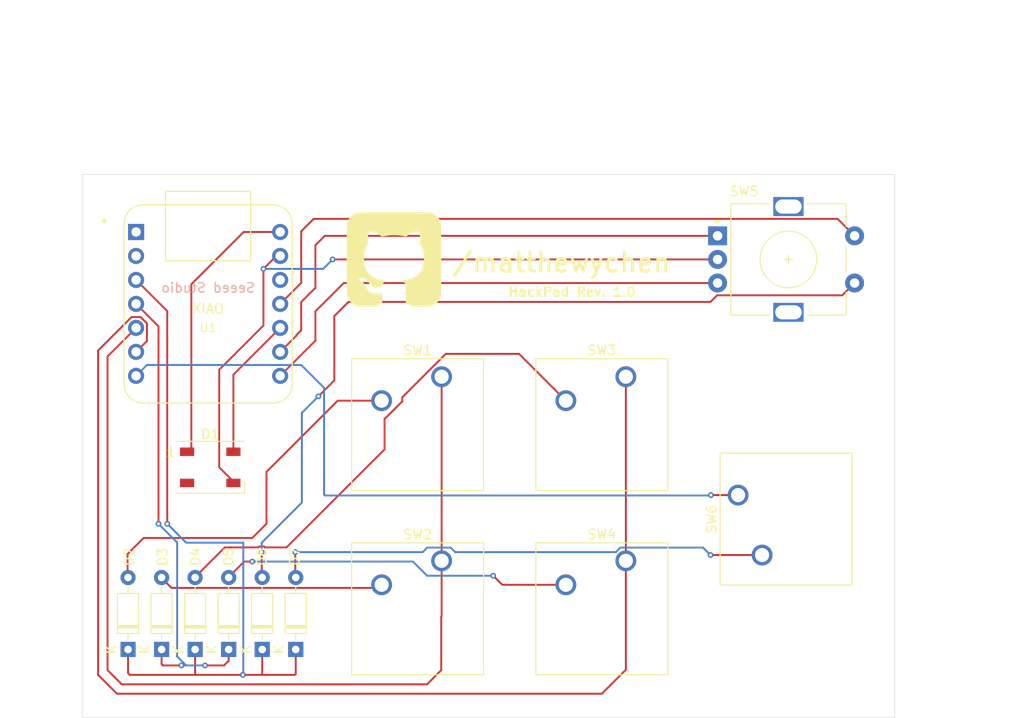
<source format=kicad_pcb>
(kicad_pcb (version 20240108) (generator "pcbnew") (generator_version "8.0")
  (title_block (title "HackPad") (date "2024-10-10") (rev "1.0") (company "Hack Club") (comment 1 "Matthew Chen for"))
  (layers (0 "F.Cu" signal) (31 "B.Cu" signal) (34 "B.Paste" user) (35 "F.Paste" user) (36 "B.SilkS" user "B.Silkscreen") (37 "F.SilkS" user "F.Silkscreen") (38 "B.Mask" user) (39 "F.Mask" user) (44 "Edge.Cuts" user))
  (net 0 "")
  (net 2 "Net-(D1-DIN)")
  (net 3 "GND")
  (net 4 "VCC")
  (net 5 "Net-(D2-K)")
  (net 6 "Net-(D2-A)")
  (net 7 "Net-(D3-K)")
  (net 8 "Net-(D3-A)")
  (net 9 "Net-(D4-A)")
  (net 10 "Net-(D5-A)")
  (net 11 "Net-(D6-A)")
  (net 12 "Net-(D7-A)")
  (net 13 "Net-(U1-PB09_A7_D7_RX)")
  (net 14 "Net-(U1-PA7_A8_D8_SCK)")
  (net 15 "Net-(U1-PA6_A10_D10_MOSI)")
  (net 19 "/C0")
  (net 20 "/C2")
  (net 21 "Net-(U1-PB08_A6_D6_TX)")
  (footprint "Button_Switch_Keyboard:SW_Cherry_MX_2.00u_PCB" (layer "F.Cu") (at 169.537056 102.44 90)
    (property "Reference" "SW6" (at -2.54 -2.794 90) (layer "F.SilkS"))
    (property "Value" "SW_Push_45deg")
    (fp_line (start 4.445 -1.905) (end 4.445 12.065) (stroke (width 0.12)) (layer "F.SilkS"))
    (fp_line (start -9.525 -1.905) (end 4.445 -1.905) (stroke (width 0.12)) (layer "F.SilkS"))
    (fp_line (start 4.445 12.065) (end -9.525 12.065) (stroke (width 0.12)) (layer "F.SilkS"))
    (fp_line (start -9.525 12.065) (end -9.525 -1.905) (stroke (width 0.12)) (layer "F.SilkS"))
    (pad "" np_thru_hole circle (at -14.44 -1.92 90) (size 3.05 3.05) (drill 3.05) (layers "*.Cu" "*.Mask"))
    (pad "" np_thru_hole circle (at -14.44 13.32 90) (size 4 4) (drill 4) (layers "*.Cu" "*.Mask"))
    (pad "" np_thru_hole circle (at -7.62 5.08 90) (size 1.7 1.7) (drill 1.7) (layers "*.Cu" "*.Mask"))
    (pad "" np_thru_hole circle (at -2.54 5.08 90) (size 4 4) (drill 4) (layers "*.Cu" "*.Mask"))
    (pad "" np_thru_hole circle (at 2.54 5.08 90) (size 1.7 1.7) (drill 1.7) (layers "*.Cu" "*.Mask"))
    (pad "" np_thru_hole circle (at 9.36 -1.92 90) (size 3.05 3.05) (drill 3.05) (layers "*.Cu" "*.Mask"))
    (pad "" np_thru_hole circle (at 9.36 13.32 90) (size 4 4) (drill 4) (layers "*.Cu" "*.Mask"))
    (pad "1" thru_hole circle (at 0 0 90) (size 2.2 2.2) (drill 1.5) (layers "*.Cu" "*.Mask") (net 21 "Net-(U1-PB08_A6_D6_TX)"))
    (pad "2" thru_hole circle (at -6.35 2.54 90) (size 2.2 2.2) (drill 1.5) (layers "*.Cu" "*.Mask") (net 12 "Net-(D7-A)"))
  )
  (footprint "Button_Switch_Keyboard:SW_Cherry_MX_1.00u_PCB" (layer "F.Cu") (at 157.657056 109.4)
    (property "Reference" "SW4" (at -2.54 -2.794 0) (layer "F.SilkS"))
    (property "Value" "SW_Push_45deg")
    (fp_line (start -9.525 -1.905) (end 4.445 -1.905) (stroke (width 0.12)) (layer "F.SilkS"))
    (fp_line (start -9.525 12.065) (end -9.525 -1.905) (stroke (width 0.12)) (layer "F.SilkS"))
    (fp_line (start 4.445 -1.905) (end 4.445 12.065) (stroke (width 0.12)) (layer "F.SilkS"))
    (fp_line (start 4.445 12.065) (end -9.525 12.065) (stroke (width 0.12)) (layer "F.SilkS"))
    (pad "" np_thru_hole circle (at -7.62 5.08) (size 1.7 1.7) (drill 1.7) (layers "*.Cu" "*.Mask"))
    (pad "" np_thru_hole circle (at -2.54 5.08) (size 4 4) (drill 4) (layers "*.Cu" "*.Mask"))
    (pad "" np_thru_hole circle (at 2.54 5.08) (size 1.7 1.7) (drill 1.7) (layers "*.Cu" "*.Mask"))
    (pad "1" thru_hole circle (at 0 0) (size 2.2 2.2) (drill 1.5) (layers "*.Cu" "*.Mask") (net 20 "/C2"))
    (pad "2" thru_hole circle (at -6.35 2.54) (size 2.2 2.2) (drill 1.5) (layers "*.Cu" "*.Mask") (net 10 "Net-(D5-A)"))
  )
  (footprint "Button_Switch_Keyboard:SW_Cherry_MX_1.00u_PCB" (layer "F.Cu") (at 138.157056 109.4)
    (property "Reference" "SW2" (at -2.54 -2.794 0) (layer "F.SilkS"))
    (property "Value" "SW_Push_45deg")
    (fp_line (start -9.525 -1.905) (end 4.445 -1.905) (stroke (width 0.12)) (layer "F.SilkS"))
    (fp_line (start -9.525 12.065) (end -9.525 -1.905) (stroke (width 0.12)) (layer "F.SilkS"))
    (fp_line (start 4.445 -1.905) (end 4.445 12.065) (stroke (width 0.12)) (layer "F.SilkS"))
    (fp_line (start 4.445 12.065) (end -9.525 12.065) (stroke (width 0.12)) (layer "F.SilkS"))
    (pad "" np_thru_hole circle (at -7.62 5.08) (size 1.7 1.7) (drill 1.7) (layers "*.Cu" "*.Mask"))
    (pad "" np_thru_hole circle (at -2.54 5.08) (size 4 4) (drill 4) (layers "*.Cu" "*.Mask"))
    (pad "" np_thru_hole circle (at 2.54 5.08) (size 1.7 1.7) (drill 1.7) (layers "*.Cu" "*.Mask"))
    (pad "1" thru_hole circle (at 0 0) (size 2.2 2.2) (drill 1.5) (layers "*.Cu" "*.Mask") (net 19 "/C0"))
    (pad "2" thru_hole circle (at -6.35 2.54) (size 2.2 2.2) (drill 1.5) (layers "*.Cu" "*.Mask") (net 8 "Net-(D3-A)"))
  )
  (footprint "footprints:XIAO-Generic-Thruhole-14P-2.54-21X17.8MM" (layer "F.Cu") (at 113.443188 82.192015)
    (property "Reference" "U1" (at 0 2.54 0) (layer "F.SilkS") (effects (font (size 0.889 0.889) (thickness 0.1016))))
    (property "Value" "Seeed Studio XIAO SAMD21" (hide yes))
    (fp_line (start -8.9 -8.5) (end -8.9 8.5) (stroke (width 0.127)) (layer "F.SilkS"))
    (fp_line (start -6.9 10.5) (end 6.9 10.5) (stroke (width 0.127)) (layer "F.SilkS"))
    (fp_line (start -4.5 -11.92403) (end 4.5 -11.92403) (stroke (width 0.127)) (layer "F.SilkS"))
    (fp_line (start -4.5 -4.57073) (end -4.5 -11.92403) (stroke (width 0.127)) (layer "F.SilkS"))
    (fp_line (start 4.5 -11.92403) (end 4.5 -4.57073) (stroke (width 0.127)) (layer "F.SilkS"))
    (fp_line (start 4.5 -4.57073) (end -4.5 -4.57073) (stroke (width 0.127)) (layer "F.SilkS"))
    (fp_line (start 6.9 -10.49909) (end -6.9 -10.49909) (stroke (width 0.127)) (layer "F.SilkS"))
    (fp_line (start 8.9 8.5) (end 8.9 -8.5) (stroke (width 0.127)) (layer "F.SilkS"))
    (fp_arc (start -8.9 -8.5) (mid -8.301491 -9.901491) (end -6.9 -10.5) (stroke (width 0.12)) (layer "F.SilkS"))
    (fp_arc (start -6.9 10.5) (mid -8.301423 9.901423) (end -8.9 8.5) (stroke (width 0.12)) (layer "F.SilkS"))
    (fp_arc (start 6.9 -10.5) (mid 8.301494 -9.901494) (end 8.9 -8.5) (stroke (width 0.12)) (layer "F.SilkS"))
    (fp_arc (start 8.9 8.5) (mid 8.314214 9.914214) (end 6.9 10.5) (stroke (width 0.12)) (layer "F.SilkS"))
    (fp_circle (center -11 -8.8) (end -11 -9.054) (fill solid) (layer "F.SilkS"))
    (fp_poly (pts (xy -8.887715 -8.561705) (xy -8.884667 -8.610473) (xy -8.880603 -8.659494)) (stroke (width 0.0254)) (fill none) (layer "F.SilkS"))
    (fp_poly (pts (xy 8.889492 8.521574) (xy 8.887713 8.57085) (xy 8.884665 8.619618) (xy 8.880601 8.668639) (xy 8.875268 8.717407) (xy 8.868664 8.766175) (xy 8.861044 8.81469) (xy 8.852153 8.86295) (xy 8.842248 8.910955)) (stroke (width 0.0254)) (fill none) (layer "F.SilkS"))
    (fp_text user "Seeed Studio" (at 0 -1.712015 0) (layer "B.SilkS") (effects (justify mirror)))
    (fp_text user "XIAO" (at 0 0.5 0) (layer "F.SilkS"))
    (pad "1" thru_hole rect (at -7.625 -7.62) (size 1.7 1.7) (drill 1) (layers "*.Cu" "*.Mask"))
    (pad "2" thru_hole circle (at -7.625 -5.08) (size 1.7 1.7) (drill 1) (layers "*.Cu" "*.Mask"))
    (pad "3" thru_hole circle (at -7.625 -2.54) (size 1.7 1.7) (drill 1) (layers "*.Cu" "*.Mask") (net 5 "Net-(D2-K)"))
    (pad "4" thru_hole circle (at -7.625 0) (size 1.7 1.7) (drill 1) (layers "*.Cu" "*.Mask") (net 7 "Net-(D3-K)"))
    (pad "5" thru_hole circle (at -7.625 2.54) (size 1.7 1.7) (drill 1) (layers "*.Cu" "*.Mask") (net 19 "/C0"))
    (pad "6" thru_hole circle (at -7.625 5.08 180) (size 1.7 1.7) (drill 1) (layers "*.Cu" "*.Mask") (net 20 "/C2"))
    (pad "7" thru_hole circle (at -7.625 7.62) (size 1.7 1.7) (drill 1) (layers "*.Cu" "*.Mask") (net 21 "Net-(U1-PB08_A6_D6_TX)"))
    (pad "8" thru_hole circle (at 7.625 7.62) (size 1.7 1.7) (drill 1) (layers "*.Cu" "*.Mask") (net 13 "Net-(U1-PB09_A7_D7_RX)"))
    (pad "9" thru_hole circle (at 7.625 5.08) (size 1.7 1.7) (drill 1) (layers "*.Cu" "*.Mask") (net 14 "Net-(U1-PA7_A8_D8_SCK)"))
    (pad "10" thru_hole circle (at 7.625 2.54) (size 1.7 1.7) (drill 1) (layers "*.Cu" "*.Mask") (net 2 "Net-(D1-DIN)"))
    (pad "11" thru_hole circle (at 7.625 0) (size 1.7 1.7) (drill 1) (layers "*.Cu" "*.Mask") (net 15 "Net-(U1-PA6_A10_D10_MOSI)"))
    (pad "12" thru_hole circle (at 7.625 -2.54) (size 1.7 1.7) (drill 1) (layers "*.Cu" "*.Mask"))
    (pad "13" thru_hole circle (at 7.625 -5.08) (size 1.7 1.7) (drill 1) (layers "*.Cu" "*.Mask") (net 3 "GND"))
    (pad "14" thru_hole circle (at 7.625 -7.62) (size 1.7 1.7) (drill 1) (layers "*.Cu" "*.Mask") (net 4 "VCC"))
  )
  (footprint "Diode_THT:D_DO-35_SOD27_P7.62mm_Horizontal" (layer "F.Cu") (at 108.517056 118.79 90)
    (property "Reference" "D3" (at 9.81 0.1 90) (layer "F.SilkS"))
    (property "Value" "D")
    (fp_line (start 5.93 -1.12) (end 1.69 -1.12) (stroke (width 0.12)) (layer "F.SilkS"))
    (fp_line (start 2.53 -1.12) (end 2.53 1.12) (stroke (width 0.12)) (layer "F.SilkS"))
    (fp_line (start 2.41 -1.12) (end 2.41 1.12) (stroke (width 0.12)) (layer "F.SilkS"))
    (fp_line (start 2.29 -1.12) (end 2.29 1.12) (stroke (width 0.12)) (layer "F.SilkS"))
    (fp_line (start 1.69 -1.12) (end 1.69 1.12) (stroke (width 0.12)) (layer "F.SilkS"))
    (fp_line (start 6.58 0) (end 5.93 0) (stroke (width 0.12)) (layer "F.SilkS"))
    (fp_line (start 1.04 0) (end 1.69 0) (stroke (width 0.12)) (layer "F.SilkS"))
    (fp_line (start 5.93 1.12) (end 5.93 -1.12) (stroke (width 0.12)) (layer "F.SilkS"))
    (fp_line (start 1.69 1.12) (end 5.93 1.12) (stroke (width 0.12)) (layer "F.SilkS"))
    (fp_text user "K" (at 0 -1.8 90) (layer "F.SilkS"))
    (pad "1" thru_hole rect (at 0 0 90) (size 1.6 1.6) (drill 0.8) (layers "*.Cu" "*.Mask") (net 7 "Net-(D3-K)"))
    (pad "2" thru_hole oval (at 7.62 0 90) (size 1.6 1.6) (drill 0.8) (layers "*.Cu" "*.Mask") (net 8 "Net-(D3-A)"))
  )
  (footprint "Button_Switch_Keyboard:SW_Cherry_MX_1.00u_PCB" (layer "F.Cu") (at 157.657056 89.9)
    (property "Reference" "SW3" (at -2.54 -2.794 0) (layer "F.SilkS"))
    (property "Value" "SW_Push_45deg")
    (fp_line (start -9.525 -1.905) (end 4.445 -1.905) (stroke (width 0.12)) (layer "F.SilkS"))
    (fp_line (start -9.525 12.065) (end -9.525 -1.905) (stroke (width 0.12)) (layer "F.SilkS"))
    (fp_line (start 4.445 -1.905) (end 4.445 12.065) (stroke (width 0.12)) (layer "F.SilkS"))
    (fp_line (start 4.445 12.065) (end -9.525 12.065) (stroke (width 0.12)) (layer "F.SilkS"))
    (pad "" np_thru_hole circle (at -7.62 5.08) (size 1.7 1.7) (drill 1.7) (layers "*.Cu" "*.Mask"))
    (pad "" np_thru_hole circle (at -2.54 5.08) (size 4 4) (drill 4) (layers "*.Cu" "*.Mask"))
    (pad "" np_thru_hole circle (at 2.54 5.08) (size 1.7 1.7) (drill 1.7) (layers "*.Cu" "*.Mask"))
    (pad "1" thru_hole circle (at 0 0) (size 2.2 2.2) (drill 1.5) (layers "*.Cu" "*.Mask") (net 20 "/C2"))
    (pad "2" thru_hole circle (at -6.35 2.54) (size 2.2 2.2) (drill 1.5) (layers "*.Cu" "*.Mask") (net 9 "Net-(D4-A)"))
  )
  (footprint "Diode_THT:D_DO-35_SOD27_P7.62mm_Horizontal" (layer "F.Cu") (at 122.717056 118.79 90)
    (property "Reference" "D7" (at 9.81 -0.1 90) (layer "F.SilkS"))
    (property "Value" "D")
    (fp_line (start 5.93 -1.12) (end 1.69 -1.12) (stroke (width 0.12)) (layer "F.SilkS"))
    (fp_line (start 2.53 -1.12) (end 2.53 1.12) (stroke (width 0.12)) (layer "F.SilkS"))
    (fp_line (start 2.41 -1.12) (end 2.41 1.12) (stroke (width 0.12)) (layer "F.SilkS"))
    (fp_line (start 2.29 -1.12) (end 2.29 1.12) (stroke (width 0.12)) (layer "F.SilkS"))
    (fp_line (start 1.69 -1.12) (end 1.69 1.12) (stroke (width 0.12)) (layer "F.SilkS"))
    (fp_line (start 6.58 0) (end 5.93 0) (stroke (width 0.12)) (layer "F.SilkS"))
    (fp_line (start 1.04 0) (end 1.69 0) (stroke (width 0.12)) (layer "F.SilkS"))
    (fp_line (start 5.93 1.12) (end 5.93 -1.12) (stroke (width 0.12)) (layer "F.SilkS"))
    (fp_line (start 1.69 1.12) (end 5.93 1.12) (stroke (width 0.12)) (layer "F.SilkS"))
    (fp_text user "K" (at 0 -1.8 90) (layer "F.SilkS"))
    (pad "1" thru_hole rect (at 0 0 90) (size 1.6 1.6) (drill 0.8) (layers "*.Cu" "*.Mask") (net 5 "Net-(D2-K)"))
    (pad "2" thru_hole oval (at 7.62 0 90) (size 1.6 1.6) (drill 0.8) (layers "*.Cu" "*.Mask") (net 12 "Net-(D7-A)"))
  )
  (footprint "Diode_THT:D_DO-35_SOD27_P7.62mm_Horizontal" (layer "F.Cu") (at 112.067056 118.79 90)
    (property "Reference" "D4" (at 9.81 0.05 90) (layer "F.SilkS"))
    (property "Value" "D")
    (fp_line (start 5.93 -1.12) (end 1.69 -1.12) (stroke (width 0.12)) (layer "F.SilkS"))
    (fp_line (start 2.53 -1.12) (end 2.53 1.12) (stroke (width 0.12)) (layer "F.SilkS"))
    (fp_line (start 2.41 -1.12) (end 2.41 1.12) (stroke (width 0.12)) (layer "F.SilkS"))
    (fp_line (start 2.29 -1.12) (end 2.29 1.12) (stroke (width 0.12)) (layer "F.SilkS"))
    (fp_line (start 1.69 -1.12) (end 1.69 1.12) (stroke (width 0.12)) (layer "F.SilkS"))
    (fp_line (start 6.58 0) (end 5.93 0) (stroke (width 0.12)) (layer "F.SilkS"))
    (fp_line (start 1.04 0) (end 1.69 0) (stroke (width 0.12)) (layer "F.SilkS"))
    (fp_line (start 5.93 1.12) (end 5.93 -1.12) (stroke (width 0.12)) (layer "F.SilkS"))
    (fp_line (start 1.69 1.12) (end 5.93 1.12) (stroke (width 0.12)) (layer "F.SilkS"))
    (fp_text user "K" (at 0 -1.8 90) (layer "F.SilkS"))
    (pad "1" thru_hole rect (at 0 0 90) (size 1.6 1.6) (drill 0.8) (layers "*.Cu" "*.Mask") (net 5 "Net-(D2-K)"))
    (pad "2" thru_hole oval (at 7.62 0 90) (size 1.6 1.6) (drill 0.8) (layers "*.Cu" "*.Mask") (net 9 "Net-(D4-A)"))
  )
  (footprint "Button_Switch_Keyboard:SW_Cherry_MX_1.00u_PCB" (layer "F.Cu") (at 138.157056 89.9)
    (property "Reference" "SW1" (at -2.54 -2.794 0) (layer "F.SilkS"))
    (property "Value" "SW_Push_45deg")
    (fp_line (start -9.525 -1.905) (end 4.445 -1.905) (stroke (width 0.12)) (layer "F.SilkS"))
    (fp_line (start -9.525 12.065) (end -9.525 -1.905) (stroke (width 0.12)) (layer "F.SilkS"))
    (fp_line (start 4.445 -1.905) (end 4.445 12.065) (stroke (width 0.12)) (layer "F.SilkS"))
    (fp_line (start 4.445 12.065) (end -9.525 12.065) (stroke (width 0.12)) (layer "F.SilkS"))
    (pad "" np_thru_hole circle (at -7.62 5.08) (size 1.7 1.7) (drill 1.7) (layers "*.Cu" "*.Mask"))
    (pad "" np_thru_hole circle (at -2.54 5.08) (size 4 4) (drill 4) (layers "*.Cu" "*.Mask"))
    (pad "" np_thru_hole circle (at 2.54 5.08) (size 1.7 1.7) (drill 1.7) (layers "*.Cu" "*.Mask"))
    (pad "1" thru_hole circle (at 0 0) (size 2.2 2.2) (drill 1.5) (layers "*.Cu" "*.Mask") (net 19 "/C0"))
    (pad "2" thru_hole circle (at -6.35 2.54) (size 2.2 2.2) (drill 1.5) (layers "*.Cu" "*.Mask") (net 6 "Net-(D2-A)"))
  )
  (footprint "Diode_THT:D_DO-35_SOD27_P7.62mm_Horizontal" (layer "F.Cu") (at 104.967056 118.79 90)
    (property "Reference" "D2" (at 9.81 0.15 90) (layer "F.SilkS"))
    (property "Value" "D")
    (fp_line (start 5.93 -1.12) (end 1.69 -1.12) (stroke (width 0.12)) (layer "F.SilkS"))
    (fp_line (start 2.53 -1.12) (end 2.53 1.12) (stroke (width 0.12)) (layer "F.SilkS"))
    (fp_line (start 2.41 -1.12) (end 2.41 1.12) (stroke (width 0.12)) (layer "F.SilkS"))
    (fp_line (start 2.29 -1.12) (end 2.29 1.12) (stroke (width 0.12)) (layer "F.SilkS"))
    (fp_line (start 1.69 -1.12) (end 1.69 1.12) (stroke (width 0.12)) (layer "F.SilkS"))
    (fp_line (start 6.58 0) (end 5.93 0) (stroke (width 0.12)) (layer "F.SilkS"))
    (fp_line (start 1.04 0) (end 1.69 0) (stroke (width 0.12)) (layer "F.SilkS"))
    (fp_line (start 5.93 1.12) (end 5.93 -1.12) (stroke (width 0.12)) (layer "F.SilkS"))
    (fp_line (start 1.69 1.12) (end 5.93 1.12) (stroke (width 0.12)) (layer "F.SilkS"))
    (fp_text user "K" (at 0 -1.8 90) (layer "F.SilkS"))
    (pad "1" thru_hole rect (at 0 0 90) (size 1.6 1.6) (drill 0.8) (layers "*.Cu" "*.Mask") (net 5 "Net-(D2-K)"))
    (pad "2" thru_hole oval (at 7.62 0 90) (size 1.6 1.6) (drill 0.8) (layers "*.Cu" "*.Mask") (net 6 "Net-(D2-A)"))
  )
  (footprint "LED_SMD:LED_WS2812B_PLCC4_5.0x5.0mm_P3.2mm" (layer "F.Cu") (at 113.667056 99.5)
    (property "Reference" "D1" (at 0 -3.5 0) (layer "F.SilkS"))
    (property "Value" "WS2812B")
    (fp_line (start -3.65 -2.75) (end 3.65 -2.75) (stroke (width 0.12)) (layer "F.SilkS"))
    (fp_line (start -3.65 2.75) (end 3.65 2.75) (stroke (width 0.12)) (layer "F.SilkS"))
    (fp_line (start 3.65 2.75) (end 3.65 1.6) (stroke (width 0.12)) (layer "F.SilkS"))
    (fp_text user "1" (at -4.15 -1.6 0) (layer "F.SilkS"))
    (pad "1" smd rect (at -2.45 -1.65) (size 1.5 0.9) (layers "F.Cu" "F.Paste" "F.Mask") (net 4 "VCC"))
    (pad "2" smd rect (at -2.45 1.65) (size 1.5 0.9) (layers "F.Cu" "F.Paste" "F.Mask"))
    (pad "3" smd rect (at 2.45 1.65) (size 1.5 0.9) (layers "F.Cu" "F.Paste" "F.Mask") (net 3 "GND"))
    (pad "4" smd rect (at 2.45 -1.65) (size 1.5 0.9) (layers "F.Cu" "F.Paste" "F.Mask") (net 2 "Net-(D1-DIN)"))
  )
  (footprint "Diode_THT:D_DO-35_SOD27_P7.62mm_Horizontal" (layer "F.Cu") (at 115.617056 118.79 90)
    (property "Reference" "D5" (at 9.81 0 90) (layer "F.SilkS"))
    (property "Value" "D")
    (fp_line (start 5.93 -1.12) (end 1.69 -1.12) (stroke (width 0.12)) (layer "F.SilkS"))
    (fp_line (start 2.53 -1.12) (end 2.53 1.12) (stroke (width 0.12)) (layer "F.SilkS"))
    (fp_line (start 2.41 -1.12) (end 2.41 1.12) (stroke (width 0.12)) (layer "F.SilkS"))
    (fp_line (start 2.29 -1.12) (end 2.29 1.12) (stroke (width 0.12)) (layer "F.SilkS"))
    (fp_line (start 1.69 -1.12) (end 1.69 1.12) (stroke (width 0.12)) (layer "F.SilkS"))
    (fp_line (start 6.58 0) (end 5.93 0) (stroke (width 0.12)) (layer "F.SilkS"))
    (fp_line (start 1.04 0) (end 1.69 0) (stroke (width 0.12)) (layer "F.SilkS"))
    (fp_line (start 5.93 1.12) (end 5.93 -1.12) (stroke (width 0.12)) (layer "F.SilkS"))
    (fp_line (start 1.69 1.12) (end 5.93 1.12) (stroke (width 0.12)) (layer "F.SilkS"))
    (fp_text user "K" (at 0 -1.8 90) (layer "F.SilkS"))
    (pad "1" thru_hole rect (at 0 0 90) (size 1.6 1.6) (drill 0.8) (layers "*.Cu" "*.Mask") (net 7 "Net-(D3-K)"))
    (pad "2" thru_hole oval (at 7.62 0 90) (size 1.6 1.6) (drill 0.8) (layers "*.Cu" "*.Mask") (net 10 "Net-(D5-A)"))
  )
  (footprint "Diode_THT:D_DO-35_SOD27_P7.62mm_Horizontal" (layer "F.Cu") (at 119.167056 118.79 90)
    (property "Reference" "D6" (at 9.81 -0.05 90) (layer "F.SilkS"))
    (property "Value" "D")
    (fp_line (start 5.93 -1.12) (end 1.69 -1.12) (stroke (width 0.12)) (layer "F.SilkS"))
    (fp_line (start 2.53 -1.12) (end 2.53 1.12) (stroke (width 0.12)) (layer "F.SilkS"))
    (fp_line (start 2.41 -1.12) (end 2.41 1.12) (stroke (width 0.12)) (layer "F.SilkS"))
    (fp_line (start 2.29 -1.12) (end 2.29 1.12) (stroke (width 0.12)) (layer "F.SilkS"))
    (fp_line (start 1.69 -1.12) (end 1.69 1.12) (stroke (width 0.12)) (layer "F.SilkS"))
    (fp_line (start 6.58 0) (end 5.93 0) (stroke (width 0.12)) (layer "F.SilkS"))
    (fp_line (start 1.04 0) (end 1.69 0) (stroke (width 0.12)) (layer "F.SilkS"))
    (fp_line (start 5.93 1.12) (end 5.93 -1.12) (stroke (width 0.12)) (layer "F.SilkS"))
    (fp_line (start 1.69 1.12) (end 5.93 1.12) (stroke (width 0.12)) (layer "F.SilkS"))
    (fp_text user "K" (at 0 -1.8 90) (layer "F.SilkS"))
    (pad "1" thru_hole rect (at 0 0 90) (size 1.6 1.6) (drill 0.8) (layers "*.Cu" "*.Mask") (net 5 "Net-(D2-K)"))
    (pad "2" thru_hole oval (at 7.62 0 90) (size 1.6 1.6) (drill 0.8) (layers "*.Cu" "*.Mask") (net 11 "Net-(D6-A)"))
  )
  (footprint "Rotary_Encoder:RotaryEncoder_Alps_EC11E-Switch_Vertical_H20mm" (layer "F.Cu") (at 167.367056 74.98)
    (property "Reference" "SW5" (at 2.8 -4.7 0) (layer "F.SilkS"))
    (property "Value" "RotaryEncoder_Switch")
    (fp_line (start -0.3 -1.6) (end 0.3 -1.6) (stroke (width 0.12)) (layer "F.SilkS"))
    (fp_line (start 0 -1.3) (end -0.3 -1.6) (stroke (width 0.12)) (layer "F.SilkS"))
    (fp_line (start 0.3 -1.6) (end 0 -1.3) (stroke (width 0.12)) (layer "F.SilkS"))
    (fp_line (start 1.4 -3.4) (end 1.4 8.4) (stroke (width 0.12)) (layer "F.SilkS"))
    (fp_line (start 5.5 -3.4) (end 1.4 -3.4) (stroke (width 0.12)) (layer "F.SilkS"))
    (fp_line (start 5.5 8.4) (end 1.4 8.4) (stroke (width 0.12)) (layer "F.SilkS"))
    (fp_line (start 7 2.5) (end 8 2.5) (stroke (width 0.12)) (layer "F.SilkS"))
    (fp_line (start 7.5 2) (end 7.5 3) (stroke (width 0.12)) (layer "F.SilkS"))
    (fp_line (start 9.5 -3.4) (end 13.6 -3.4) (stroke (width 0.12)) (layer "F.SilkS"))
    (fp_line (start 13.6 -3.4) (end 13.6 -1) (stroke (width 0.12)) (layer "F.SilkS"))
    (fp_line (start 13.6 1.2) (end 13.6 3.8) (stroke (width 0.12)) (layer "F.SilkS"))
    (fp_line (start 13.6 6) (end 13.6 8.4) (stroke (width 0.12)) (layer "F.SilkS"))
    (fp_line (start 13.6 8.4) (end 9.5 8.4) (stroke (width 0.12)) (layer "F.SilkS"))
    (fp_circle (center 7.5 2.5) (end 10.5 2.5) (stroke (width 0.12)) (fill none) (layer "F.SilkS"))
    (pad "A" thru_hole rect (at 0 0) (size 2 2) (drill 1) (layers "*.Cu" "*.Mask") (net 14 "Net-(U1-PA7_A8_D8_SCK)"))
    (pad "B" thru_hole circle (at 0 5) (size 2 2) (drill 1) (layers "*.Cu" "*.Mask") (net 13 "Net-(U1-PB09_A7_D7_RX)"))
    (pad "C" thru_hole circle (at 0 2.5) (size 2 2) (drill 1) (layers "*.Cu" "*.Mask") (net 3 "GND"))
    (pad "MP" thru_hole rect (at 7.5 -3.1) (size 3.2 2) (drill oval 2.8 1.5) (layers "*.Cu" "*.Mask"))
    (pad "MP" thru_hole rect (at 7.5 8.1) (size 3.2 2) (drill oval 2.8 1.5) (layers "*.Cu" "*.Mask"))
    (pad "S1" thru_hole circle (at 14.5 5) (size 2 2) (drill 1) (layers "*.Cu" "*.Mask") (net 11 "Net-(D6-A)"))
    (pad "S2" thru_hole circle (at 14.5 0) (size 2 2) (drill 1) (layers "*.Cu" "*.Mask") (net 15 "Net-(U1-PA6_A10_D10_MOSI)"))
  )
  (footprint "footprints:GH LOGO" (layer "F.Cu") (at 133.117056 77.48)
    (property "Reference" "G***" (hide yes))
    (property "Value" "LOGO" (hide yes))
    (fp_poly (pts (xy 0.189553 -5.004484) (xy 0.527156 -5.004241) (xy 0.861054 -5.003768) (xy 1.188869 -5.003065) (xy 1.508224 -5.002133) (xy 1.816742 -5.000972) (xy 2.112047 -4.99958) (xy 2.391762 -4.997959) (xy 2.65351 -4.996108) (xy 2.894915 -4.994028) (xy 3.113598 -4.991717) (xy 3.307185 -4.989177) (xy 3.473297 -4.986408) (xy 3.609559 -4.983408) (xy 3.713592 -4.980179) (xy 3.783021 -4.976721) (xy 3.813632 -4.973482) (xy 4.033991 -4.910166) (xy 4.23415 -4.816644) (xy 4.41969 -4.689847) (xy 4.561867 -4.561868) (xy 4.717606 -4.384027) (xy 4.837604 -4.196048) (xy 4.924932 -3.992351) (xy 4.973481 -3.813633) (xy 4.977142 -3.776675) (xy 4.980574 -3.703017) (xy 4.983775 -3.595037) (xy 4.986747 -3.455112) (xy 4.98949 -3.285617) (xy 4.992003 -3.08893) (xy 4.994286 -2.867427) (xy 4.996339 -2.623486) (xy 4.998163 -2.359483) (xy 4.999757 -2.077795) (xy 5.001121 -1.780798) (xy 5.002256 -1.470871) (xy 5.003161 -1.150388) (xy 5.003836 -0.821728) (xy 5.004282 -0.487266) (xy 5.004498 -0.149381) (xy 5.004484 0.189553) (xy 5.004241 0.527156) (xy 5.003768 0.861054) (xy 5.003065 1.188869) (xy 5.002133 1.508224) (xy 5.000971 1.816742) (xy 4.99958 2.112047) (xy 4.997958 2.391762) (xy 4.996107 2.65351) (xy 4.994027 2.894915) (xy 4.991717 3.113598) (xy 4.989177 3.307185) (xy 4.986407 3.473297) (xy 4.983408 3.609559) (xy 4.980179 3.713592) (xy 4.97672 3.783021) (xy 4.973481 3.813632) (xy 4.910165 4.033991) (xy 4.816643 4.23415) (xy 4.689846 4.41969) (xy 4.561867 4.561867) (xy 4.424786 4.687203) (xy 4.288808 4.785073) (xy 4.140724 4.864373) (xy 4.06331 4.897711) (xy 4.006049 4.920183) (xy 3.952163 4.939151) (xy 3.89783 4.95491) (xy 3.839229 4.96776) (xy 3.77254 4.977996) (xy 3.693943 4.985918) (xy 3.599616 4.991823) (xy 3.485739 4.996007) (xy 3.348492 4.998769) (xy 3.184053 5.000406) (xy 2.988603 5.001215) (xy 2.75832 5.001495) (xy 2.7305 5.001507) (xy 1.778 5.001846) (xy 1.777927 4.957884) (xy 1.764749 4.902943) (xy 1.732312 4.840854) (xy 1.691033 4.789158) (xy 1.666699 4.770608) (xy 1.628694 4.758089) (xy 1.567087 4.745278) (xy 1.51423 4.737437) (xy 1.420547 4.723378) (xy 1.35677 4.706077) (xy 1.313732 4.681795) (xy 1.282265 4.646792) (xy 1.278581 4.641313) (xy 1.270669 4.626128) (xy 1.264173 4.604607) (xy 1.258972 4.573163) (xy 1.254948 4.528204) (xy 1.251982 4.466143) (xy 1.249956 4.38339) (xy 1.24875 4.276356) (xy 1.248246 4.141452) (xy 1.248325 3.975087) (xy 1.248867 3.773674) (xy 1.248959 3.746557) (xy 1.249576 3.540935) (xy 1.249773 3.370273) (xy 1.249398 3.230457) (xy 1.248298 3.117369) (xy 1.24632 3.026895) (xy 1.243313 2.954918) (xy 1.239123 2.897324) (xy 1.233597 2.849996) (xy 1.226583 2.80882) (xy 1.217928 2.769678) (xy 1.211806 2.745154) (xy 1.15698 2.570927) (xy 1.08871 2.427485) (xy 1.00457 2.308894) (xy 0.967016 2.262835) (xy 0.944097 2.230409) (xy 0.940408 2.220359) (xy 0.961149 2.215338) (xy 1.013565 2.204905) (xy 1.090832 2.190355) (xy 1.186128 2.172988) (xy 1.240692 2.163248) (xy 1.544158 2.098271) (xy 1.81501 2.016108) (xy 2.056409 1.915293) (xy 2.271517 1.794357) (xy 2.463497 1.651833) (xy 2.584873 1.539388) (xy 2.755773 1.338933) (xy 2.898886 1.111341) (xy 3.01389 0.85727) (xy 3.100463 0.577378) (xy 3.136276 0.410307) (xy 3.15524 0.279429) (xy 3.169264 0.126619) (xy 3.178157 -0.038243) (xy 3.181729 -0.205277) (xy 3.179788 -0.364603) (xy 3.172144 -0.506342) (xy 3.158603 -0.620614) (xy 3.156462 -0.632605) (xy 3.085793 -0.906643) (xy 2.979648 -1.164475) (xy 2.838351 -1.405359) (xy 2.784549 -1.48036) (xy 2.695957 -1.598213) (xy 2.735072 -1.761376) (xy 2.766314 -1.953124) (xy 2.774324 -2.130989) (xy 2.770799 -2.281972) (xy 2.758385 -2.414881) (xy 2.734658 -2.545838) (xy 2.697192 -2.690966) (xy 2.682603 -2.740704) (xy 2.653999 -2.830129) (xy 2.626606 -2.887677) (xy 2.591615 -2.919243) (xy 2.540217 -2.930721) (xy 2.463602 -2.928003) (xy 2.410302 -2.922878) (xy 2.264589 -2.896729) (xy 2.097244 -2.847442) (xy 1.915649 -2.77805) (xy 1.72719 -2.691587) (xy 1.539252 -2.591088) (xy 1.406317 -2.510403) (xy 1.338869 -2.46972) (xy 1.280635 -2.439169) (xy 1.241734 -2.423925) (xy 1.235607 -2.423104) (xy 1.201028 -2.428086) (xy 1.14085 -2.440939) (xy 1.067118 -2.459056) (xy 1.055077 -2.462214) (xy 0.810328 -2.514659) (xy 0.53877 -2.551104) (xy 0.249257 -2.571517) (xy -0.049353 -2.575862) (xy -0.348205 -2.564106) (xy -0.638442 -2.536216) (xy -0.911208 -2.492156) (xy -1.012848 -2.470136) (xy -1.098918 -2.450533) (xy -1.172325 -2.434884) (xy -1.2238 -2.425104) (xy -1.242225 -2.42277) (xy -1.270549 -2.432798) (xy -1.321708 -2.459461) (xy -1.386084 -2.497621) (xy -1.406318 -2.510403) (xy -1.589197 -2.619252) (xy -1.778 -2.716284) (xy -1.965342 -2.798466) (xy -2.143839 -2.862762) (xy -2.306107 -2.90614) (xy -2.410303 -2.922878) (xy -2.503687 -2.93069) (xy -2.567229 -2.927402) (xy -2.609737 -2.90712) (xy -2.640022 -2.86395) (xy -2.666892 -2.791999) (xy -2.682604 -2.740704) (xy -2.724761 -2.588014) (xy -2.752436 -2.454431) (xy -2.768055 -2.323833) (xy -2.774044 -2.180095) (xy -2.774325 -2.130989) (xy -2.762545 -1.917627) (xy -2.735073 -1.761376) (xy -2.695958 -1.598213) (xy -2.78455 -1.48036) (xy -2.937277 -1.245179) (xy -3.055005 -0.992688) (xy -3.137495 -0.723435) (xy -3.156658 -0.632507) (xy -3.17165 -0.517564) (xy -3.180118 -0.374015) (xy -3.182323 -0.211736) (xy -3.178529 -0.040605) (xy -3.168995 0.129502) (xy -3.153983 0.288707) (xy -3.133756 0.427134) (xy -3.127785 0.457968) (xy -3.052006 0.750991) (xy -2.951037 1.014532) (xy -2.824121 1.249604) (xy -2.670505 1.457218) (xy -2.489434 1.638386) (xy -2.280153 1.794122) (xy -2.041907 1.925436) (xy -2.028933 1.931512) (xy -1.845675 2.009516) (xy -1.660422 2.072829) (xy -1.461311 2.124964) (xy -1.23648 2.16943) (xy -1.209526 2.174028) (xy -0.943897 2.218716) (xy -1.00887 2.303353) (xy -1.112486 2.469906) (xy -1.189363 2.664647) (xy -1.207838 2.731098) (xy -1.227669 2.802481) (xy -1.246695 2.859269) (xy -1.261169 2.890434) (xy -1.262514 2.892021) (xy -1.30162 2.91401) (xy -1.370613 2.936512) (xy -1.460374 2.957699) (xy -1.561784 2.975743) (xy -1.665722 2.988817) (xy -1.763069 2.995093) (xy -1.778 2.995349) (xy -1.954567 2.985996) (xy -2.111049 2.952643) (xy -2.252174 2.8925) (xy -2.382672 2.802776) (xy -2.507272 2.680681) (xy -2.630704 2.523424) (xy -2.667031 2.470731) (xy -2.794893 2.305694) (xy -2.935789 2.169672) (xy -3.086112 2.065172) (xy -3.242254 1.994698) (xy -3.400607 1.960757) (xy -3.401483 1.960675) (xy -3.509781 1.958299) (xy -3.596948 1.971809) (xy -3.65737 1.999725) (xy -3.684004 2.035162) (xy -3.677943 2.078437) (xy -3.638759 2.134951) (xy -3.568967 2.201917) (xy -3.471083 2.276545) (xy -3.458282 2.285394) (xy -3.348432 2.369969) (xy -3.250471 2.467023) (xy -3.159748 2.58265) (xy -3.071612 2.722949) (xy -2.981413 2.894013) (xy -2.959494 2.939171) (xy -2.875595 3.096866) (xy -2.788118 3.222993) (xy -2.690592 3.324952) (xy -2.576549 3.410146) (xy -2.516783 3.445731) (xy -2.377757 3.51321) (xy -2.235136 3.560274) (xy -2.079169 3.589118) (xy -1.900108 3.601932) (xy -1.817077 3.603062) (xy -1.70351 3.601053) (xy -1.589047 3.595583) (xy -1.48699 3.587486) (xy -1.410638 3.577596) (xy -1.410378 3.57755) (xy -1.340574 3.566171) (xy -1.287468 3.559544) (xy -1.261128 3.558888) (xy -1.260096 3.559391) (xy -1.257985 3.580104) (xy -1.255812 3.634684) (xy -1.253691 3.71792) (xy -1.251735 3.824602) (xy -1.250057 3.949519) (xy -1.248839 4.078352) (xy -1.247667 4.251007) (xy -1.248198 4.388775) (xy -1.252119 4.495844) (xy -1.261117 4.576404) (xy -1.276879 4.634645) (xy -1.301091 4.674755) (xy -1.335442 4.700924) (xy -1.381617 4.717341) (xy -1.441303 4.728195) (xy -1.514231 4.737437) (xy -1.583517 4.74826) (xy -1.640763 4.761307) (xy -1.6667 4.770608) (xy -1.708306 4.807907) (xy -1.74723 4.86597) (xy -1.773054 4.927257) (xy -1.777927 4.957884) (xy -1.778 5.001846) (xy -2.74027 5.000293) (xy -2.980672 4.999619) (xy -3.184854 4.998389) (xy -3.355672 4.99653) (xy -3.495978 4.993967) (xy -3.608628 4.990629) (xy -3.696476 4.986442) (xy -3.762376 4.981334) (xy -3.809183 4.975232) (xy -3.822401 4.972672) (xy -4.044168 4.906804) (xy -4.247383 4.808765) (xy -4.436179 4.676258) (xy -4.561868 4.561867) (xy -4.717606 4.384027) (xy -4.837605 4.196048) (xy -4.924932 3.99235) (xy -4.973482 3.813632) (xy -4.977143 3.776674) (xy -4.980574 3.703017) (xy -4.983776 3.595037) (xy -4.986748 3.455111) (xy -4.989491 3.285616) (xy -4.992003 3.088929) (xy -4.994286 2.867426) (xy -4.99634 2.623485) (xy -4.998163 2.359482) (xy -4.999757 2.077794) (xy -5.001122 1.780798) (xy -5.002255 1.47087) (xy -5.00316 1.150387) (xy -5.003836 0.821727) (xy -5.004282 0.487266) (xy -5.004498 0.14938) (xy -5.004484 -0.189553) (xy -5.004241 -0.527157) (xy -5.003768 -0.861055) (xy -5.003065 -1.188869) (xy -5.002133 -1.508224) (xy -5.000972 -1.816743) (xy -4.99958 -2.112048) (xy -4.997959 -2.391763) (xy -4.996108 -2.653511) (xy -4.994028 -2.894915) (xy -4.991717 -3.113599) (xy -4.989177 -3.307186) (xy -4.986408 -3.473298) (xy -4.983408 -3.609559) (xy -4.980179 -3.713593) (xy -4.976721 -3.783022) (xy -4.973482 -3.813633) (xy -4.910166 -4.033992) (xy -4.816644 -4.234151) (xy -4.689847 -4.419691) (xy -4.561868 -4.561868) (xy -4.384027 -4.717606) (xy -4.196048 -4.837605) (xy -3.992351 -4.924932) (xy -3.813633 -4.973482) (xy -3.776675 -4.977143) (xy -3.703017 -4.980574) (xy -3.595037 -4.983776) (xy -3.455112 -4.986748) (xy -3.285617 -4.989491) (xy -3.08893 -4.992003) (xy -2.867427 -4.994286) (xy -2.623486 -4.99634) (xy -2.359483 -4.998163) (xy -2.077795 -4.999757) (xy -1.780798 -5.001122) (xy -1.470871 -5.002255) (xy -1.150388 -5.00316) (xy -0.821728 -5.003836) (xy -0.487266 -5.004282) (xy -0.149381 -5.004498)) (fill solid) (layer "F.SilkS"))
  )
  (gr_rect (start 100.117056 68.48) (end 186.117056 125.98) (stroke (width 0.05)) (fill none) (layer "Edge.Cuts"))
  (gr_text "HackPad Rev. 1.0" (at 145.117056 81.48 0) (layer "F.SilkS") (effects (font (size 1 1) (thickness 0.2) (bold yes)) (justify left bottom)))
  (gr_text "/matthewychen\n" (at 139.117056 78.98 0) (layer "F.SilkS") (effects (font (size 2 2) (thickness 0.3)) (justify left bottom)))
  (segment (start 116.117056 89.683147) (end 116.117056 97.85) (width 0.2) (layer "F.Cu") (net 2))
  (segment (start 121.068188 84.732015) (end 116.117056 89.683147) (width 0.2) (layer "F.Cu") (net 2))
  (segment (start 114.617056 99.5) (end 114.617056 89.160882) (width 0.2) (layer "F.Cu") (net 3))
  (segment (start 119.297938 84.48) (end 119.297938 78.48) (width 0.2) (layer "F.Cu") (net 3))
  (segment (start 120.665923 77.112015) (end 121.068188 77.112015) (width 0.2) (layer "F.Cu") (net 3))
  (segment (start 114.617056 89.160882) (end 119.297938 84.48) (width 0.2) (layer "F.Cu") (net 3))
  (segment (start 119.297938 78.48) (end 120.665923 77.112015) (width 0.2) (layer "F.Cu") (net 3))
  (segment (start 116.117056 101) (end 114.617056 99.5) (width 0.2) (layer "F.Cu") (net 3))
  (segment (start 116.117056 101.15) (end 116.117056 101) (width 0.2) (layer "F.Cu") (net 3))
  (segment (start 167.367056 77.48) (end 126.617056 77.48) (width 0.2) (layer "F.Cu") (net 3))
  (via (at 119.297938 78.48) (size 0.6) (drill 0.3) (layers "F.Cu" "B.Cu") (net 3))
  (via (at 126.617056 77.48) (size 0.6) (drill 0.3) (layers "F.Cu" "B.Cu") (net 3))
  (segment (start 125.617056 78.48) (end 119.297938 78.48) (width 0.2) (layer "B.Cu") (net 3))
  (segment (start 126.617056 77.48) (end 125.617056 78.48) (width 0.2) (layer "B.Cu") (net 3))
  (segment (start 111.217056 97.85) (end 111.667056 97.4) (width 0.2) (layer "F.Cu") (net 4))
  (segment (start 117.205923 74.572015) (end 121.068188 74.572015) (width 0.2) (layer "F.Cu") (net 4))
  (segment (start 111.667056 80.110882) (end 117.205923 74.572015) (width 0.2) (layer "F.Cu") (net 4))
  (segment (start 111.667056 97.4) (end 111.667056 80.110882) (width 0.2) (layer "F.Cu") (net 4))
  (segment (start 105.117056 121.48) (end 112.117056 121.48) (width 0.2) (layer "F.Cu") (net 5))
  (segment (start 112.067056 121.43) (end 112.117056 121.48) (width 0.2) (layer "F.Cu") (net 5))
  (segment (start 105.117056 121.48) (end 105.117056 121.43) (width 0.2) (layer "F.Cu") (net 5))
  (segment (start 122.617056 121.48) (end 117.117056 121.48) (width 0.2) (layer "F.Cu") (net 5))
  (segment (start 112.117056 121.48) (end 117.117056 121.48) (width 0.2) (layer "F.Cu") (net 5))
  (segment (start 119.167056 121.48) (end 119.167056 118.79) (width 0.2) (layer "F.Cu") (net 5))
  (segment (start 109.117056 82.950883) (end 109.117056 86.117056) (width 0.2) (layer "F.Cu") (net 5))
  (segment (start 104.967056 118.79) (end 104.967056 121.28) (width 0.2) (layer "F.Cu") (net 5))
  (segment (start 105.117056 121.43) (end 104.967056 121.28) (width 0.2) (layer "F.Cu") (net 5))
  (segment (start 109.117056 86.117056) (end 109.117056 105.48) (width 0.2) (layer "F.Cu") (net 5))
  (segment (start 122.717056 121.38) (end 122.617056 121.48) (width 0.2) (layer "F.Cu") (net 5))
  (segment (start 112.067056 118.79) (end 112.067056 121.43) (width 0.2) (layer "F.Cu") (net 5))
  (segment (start 122.717056 118.79) (end 122.717056 121.38) (width 0.2) (layer "F.Cu") (net 5))
  (segment (start 105.818188 79.652015) (end 109.117056 82.950883) (width 0.2) (layer "F.Cu") (net 5))
  (via (at 109.117056 105.48) (size 0.6) (drill 0.3) (layers "F.Cu" "B.Cu") (net 5))
  (via (at 117.117056 121.48) (size 0.6) (drill 0.3) (layers "F.Cu" "B.Cu") (net 5))
  (segment (start 117.167056 107.48) (end 117.167056 121.48) (width 0.2) (layer "B.Cu") (net 5))
  (segment (start 109.117056 105.48) (end 111.117056 107.48) (width 0.2) (layer "B.Cu") (net 5))
  (segment (start 111.117056 107.48) (end 117.117056 107.48) (width 0.2) (layer "B.Cu") (net 5))
  (segment (start 127.157056 92.44) (end 119.617056 99.98) (width 0.2) (layer "F.Cu") (net 6))
  (segment (start 119.617056 105.48) (end 118.117056 106.98) (width 0.2) (layer "F.Cu") (net 6))
  (segment (start 104.917056 108.68) (end 104.917056 111.17) (width 0.2) (layer "F.Cu") (net 6))
  (segment (start 131.807056 92.44) (end 127.157056 92.44) (width 0.2) (layer "F.Cu") (net 6))
  (segment (start 106.617056 106.98) (end 104.917056 108.68) (width 0.2) (layer "F.Cu") (net 6))
  (segment (start 119.617056 99.98) (end 119.617056 105.48) (width 0.2) (layer "F.Cu") (net 6))
  (segment (start 118.117056 106.98) (end 106.617056 106.98) (width 0.2) (layer "F.Cu") (net 6))
  (segment (start 108.617056 120.48) (end 108.617056 120.43) (width 0.2) (layer "F.Cu") (net 7))
  (segment (start 115.567056 120.03) (end 115.117056 120.48) (width 0.2) (layer "F.Cu") (net 7))
  (segment (start 115.117056 120.48) (end 113.117056 120.48) (width 0.2) (layer "F.Cu") (net 7))
  (segment (start 108.187306 84.561133) (end 105.818188 82.192015) (width 0.2) (layer "F.Cu") (net 7))
  (segment (start 115.617056 118.79) (end 115.617056 120.03) (width 0.2) (layer "F.Cu") (net 7))
  (segment (start 108.617056 120.43) (end 108.517056 120.33) (width 0.2) (layer "F.Cu") (net 7))
  (segment (start 108.617056 120.48) (end 110.617056 120.48) (width 0.2) (layer "F.Cu") (net 7))
  (segment (start 108.187306 105.48) (end 108.187306 84.561133) (width 0.2) (layer "F.Cu") (net 7))
  (segment (start 108.517056 118.79) (end 108.517056 120.33) (width 0.2) (layer "F.Cu") (net 7))
  (via (at 108.187306 105.48) (size 0.6) (drill 0.3) (layers "F.Cu" "B.Cu") (net 7))
  (via (at 110.617056 120.48) (size 0.6) (drill 0.3) (layers "F.Cu" "B.Cu") (net 7))
  (via (at 113.117056 120.48) (size 0.6) (drill 0.3) (layers "F.Cu" "B.Cu") (net 7))
  (segment (start 110.617056 120.48) (end 111.117056 120.48) (width 0.2) (layer "B.Cu") (net 7))
  (segment (start 111.117056 120.48) (end 113.117056 120.48) (width 0.2) (layer "B.Cu") (net 7))
  (segment (start 110.167056 107.40975) (end 110.167056 119.48) (width 0.2) (layer "B.Cu") (net 7))
  (segment (start 108.187306 105.48) (end 110.117056 107.40975) (width 0.2) (layer "B.Cu") (net 7))
  (segment (start 110.117056 119.48) (end 111.117056 120.48) (width 0.2) (layer "B.Cu") (net 7))
  (segment (start 131.807056 111.94) (end 131.477056 112.27) (width 0.2) (layer "F.Cu") (net 8))
  (segment (start 131.477056 112.27) (end 109.567056 112.27) (width 0.2) (layer "F.Cu") (net 8))
  (segment (start 109.567056 112.27) (end 108.467056 111.17) (width 0.2) (layer "F.Cu") (net 8))
  (segment (start 121.734112 107.98) (end 132.117056 97.597056) (width 0.2) (layer "F.Cu") (net 9))
  (segment (start 146.347056 87.48) (end 151.307056 92.44) (width 0.2) (layer "F.Cu") (net 9))
  (segment (start 119.365585 107.88) (end 119.465585 107.98) (width 0.2) (layer "F.Cu") (net 9))
  (segment (start 132.117056 97.597056) (end 132.117056 94.382944) (width 0.2) (layer "F.Cu") (net 9))
  (segment (start 118.868527 107.88) (end 119.365585 107.88) (width 0.2) (layer "F.Cu") (net 9))
  (segment (start 132.117056 94.382944) (end 133.961421 92.538579) (width 0.2) (layer "F.Cu") (net 9))
  (segment (start 138.597157 87.48) (end 146.347056 87.48) (width 0.2) (layer "F.Cu") (net 9))
  (segment (start 134 92.077157) (end 138.597157 87.48) (width 0.2) (layer "F.Cu") (net 9))
  (segment (start 115.207056 107.98) (end 118.768527 107.98) (width 0.2) (layer "F.Cu") (net 9))
  (segment (start 112.017056 111.17) (end 115.207056 107.98) (width 0.2) (layer "F.Cu") (net 9))
  (segment (start 119.465585 107.98) (end 121.734112 107.98) (width 0.2) (layer "F.Cu") (net 9))
  (segment (start 118.768527 107.98) (end 118.868527 107.88) (width 0.2) (layer "F.Cu") (net 9))
  (segment (start 134 92.538579) (end 134 92.077157) (width 0.2) (layer "F.Cu") (net 9))
  (segment (start 145.617056 111.94) (end 144.577056 111.94) (width 0.2) (layer "F.Cu") (net 10))
  (segment (start 144.577056 111.94) (end 143.617056 110.98) (width 0.2) (layer "F.Cu") (net 10))
  (segment (start 117.257056 109.48) (end 118.117056 109.48) (width 0.2) (layer "F.Cu") (net 10))
  (segment (start 151.307056 111.94) (end 145.617056 111.94) (width 0.2) (layer "F.Cu") (net 10))
  (segment (start 115.567056 111.17) (end 117.257056 109.48) (width 0.2) (layer "F.Cu") (net 10))
  (via (at 118.117056 109.48) (size 0.6) (drill 0.3) (layers "F.Cu" "B.Cu") (net 10))
  (via (at 143.617056 110.98) (size 0.6) (drill 0.3) (layers "F.Cu" "B.Cu") (net 10))
  (segment (start 143.617056 110.98) (end 136.617056 110.98) (width 0.2) (layer "B.Cu") (net 10))
  (segment (start 135.117056 109.48) (end 118.117056 109.48) (width 0.2) (layer "B.Cu") (net 10))
  (segment (start 136.617056 110.98) (end 135.117056 109.48) (width 0.2) (layer "B.Cu") (net 10))
  (segment (start 119.117056 108.48) (end 119.117056 111.17) (width 0.2) (layer "F.Cu") (net 11))
  (segment (start 128.297938 81.98) (end 166.617056 81.98) (width 0.2) (layer "F.Cu") (net 11))
  (segment (start 125.117056 91.98) (end 126.797938 90.299118) (width 0.2) (layer "F.Cu") (net 11))
  (segment (start 166.617056 81.98) (end 167.317056 81.28) (width 0.2) (layer "F.Cu") (net 11))
  (segment (start 180.567056 81.28) (end 181.867056 79.98) (width 0.2) (layer "F.Cu") (net 11))
  (segment (start 126.797938 83.48) (end 128.207497 82.070441) (width 0.2) (layer "F.Cu") (net 11))
  (segment (start 128.207497 82.070441) (end 128.297938 81.98) (width 0.2) (layer "F.Cu") (net 11))
  (segment (start 167.317056 81.28) (end 180.567056 81.28) (width 0.2) (layer "F.Cu") (net 11))
  (segment (start 126.797938 90.299118) (end 126.797938 83.48) (width 0.2) (layer "F.Cu") (net 11))
  (via (at 119.117056 108.48) (size 0.6) (drill 0.3) (layers "F.Cu" "B.Cu") (net 11))
  (via (at 125.117056 91.98) (size 0.6) (drill 0.3) (layers "F.Cu" "B.Cu") (net 11))
  (segment (start 119.117056 107.48) (end 123.367056 103.23) (width 0.2) (layer "B.Cu") (net 11))
  (segment (start 119.117056 108.48) (end 119.117056 107.48) (width 0.2) (layer "B.Cu") (net 11))
  (segment (start 123.367056 93.73) (end 123.367056 103.23) (width 0.2) (layer "B.Cu") (net 11))
  (segment (start 125.117056 91.98) (end 123.367056 93.73) (width 0.2) (layer "B.Cu") (net 11))
  (segment (start 172.077056 108.79) (end 166.617056 108.79) (width 0.2) (layer "F.Cu") (net 12))
  (segment (start 122.667056 108.48) (end 122.667056 111.17) (width 0.2) (layer "F.Cu") (net 12))
  (via (at 122.667056 108.48) (size 0.6) (drill 0.3) (layers "F.Cu" "B.Cu") (net 12))
  (via (at 166.617056 108.79) (size 0.6) (drill 0.3) (layers "F.Cu" "B.Cu") (net 12))
  (segment (start 136.637056 108) (end 136.157056 108.48) (width 0.2) (layer "B.Cu") (net 12))
  (segment (start 157.077157 108) (end 156.597157 108.48) (width 0.2) (layer "B.Cu") (net 12))
  (segment (start 139.117056 108) (end 136.637056 108) (width 0.2) (layer "B.Cu") (net 12))
  (segment (start 136.157056 108.48) (end 122.667056 108.48) (width 0.2) (layer "B.Cu") (net 12))
  (segment (start 156.597157 108.48) (end 139.597056 108.48) (width 0.2) (layer "B.Cu") (net 12))
  (segment (start 166.617056 108.79) (end 165.827056 108) (width 0.2) (layer "B.Cu") (net 12))
  (segment (start 165.827056 108) (end 157.077157 108) (width 0.2) (layer "B.Cu") (net 12))
  (segment (start 139.597056 108.48) (end 139.117056 108) (width 0.2) (layer "B.Cu") (net 12))
  (segment (start 121.068188 89.812015) (end 124.797938 86.082265) (width 0.2) (layer "F.Cu") (net 13))
  (segment (start 124.797938 86.082265) (end 124.797938 82.98) (width 0.2) (layer "F.Cu") (net 13))
  (segment (start 124.797938 82.98) (end 127.797938 79.98) (width 0.2) (layer "F.Cu") (net 13))
  (segment (start 127.797938 79.98) (end 167.367056 79.98) (width 0.2) (layer "F.Cu") (net 13))
  (segment (start 121.068188 87.20975) (end 121.068188 87.272015) (width 0.2) (layer "F.Cu") (net 14))
  (segment (start 167.367056 74.98) (end 125.797938 74.98) (width 0.2) (layer "F.Cu") (net 14))
  (segment (start 125.797938 74.98) (end 124.797938 75.98) (width 0.2) (layer "F.Cu") (net 14))
  (segment (start 122.797938 85.48) (end 122.797938 85.542265) (width 0.2) (layer "F.Cu") (net 14))
  (segment (start 124.797938 80.48) (end 123.297938 81.98) (width 0.2) (layer "F.Cu") (net 14))
  (segment (start 124.797938 75.98) (end 124.797938 80.48) (width 0.2) (layer "F.Cu") (net 14))
  (segment (start 122.797938 85.542265) (end 121.068188 87.272015) (width 0.2) (layer "F.Cu") (net 14))
  (segment (start 123.297938 84.98) (end 122.797938 85.48) (width 0.2) (layer "F.Cu") (net 14))
  (segment (start 123.297938 81.98) (end 123.297938 84.98) (width 0.2) (layer "F.Cu") (net 14))
  (segment (start 180.067056 73.18) (end 181.867056 74.98) (width 0.2) (layer "F.Cu") (net 15))
  (segment (start 123.297938 79.962265) (end 123.297938 74.499118) (width 0.2) (layer "F.Cu") (net 15))
  (segment (start 124.617056 73.18) (end 180.067056 73.18) (width 0.2) (layer "F.Cu") (net 15))
  (segment (start 121.068188 82.192015) (end 123.297938 79.962265) (width 0.2) (layer "F.Cu") (net 15))
  (segment (start 123.297938 74.499118) (end 124.617056 73.18) (width 0.2) (layer "F.Cu") (net 15))
  (segment (start 138.157056 109.4) (end 138.157056 89.9) (width 0.2) (layer "F.Cu") (net 19))
  (segment (start 138.117056 115.303402) (end 138.117056 120.98) (width 0.2) (layer "F.Cu") (net 19))
  (segment (start 138.117056 120.98) (end 136.617056 122.48) (width 0.2) (layer "F.Cu") (net 19))
  (segment (start 138.157056 115.263402) (end 138.117056 115.303402) (width 0.2) (layer "F.Cu") (net 19))
  (segment (start 104.297938 122.48) (end 102.797938 120.98) (width 0.2) (layer "F.Cu") (net 19))
  (segment (start 136.617056 122.48) (end 104.297938 122.48) (width 0.2) (layer "F.Cu") (net 19))
  (segment (start 102.797938 87.752265) (end 105.818188 84.732015) (width 0.2) (layer "F.Cu") (net 19))
  (segment (start 138.157056 109.4) (end 138.157056 115.263402) (width 0.2) (layer "F.Cu") (net 19))
  (segment (start 102.797938 120.98) (end 102.797938 87.752265) (width 0.2) (layer "F.Cu") (net 19))
  (segment (start 101.797938 87.125919) (end 105.341842 83.582015) (width 0.2) (layer "F.Cu") (net 20))
  (segment (start 155.117056 123.48) (end 103.797938 123.48) (width 0.2) (layer "F.Cu") (net 20))
  (segment (start 157.657056 89.9) (end 157.657056 109.4) (width 0.2) (layer "F.Cu") (net 20))
  (segment (start 103.797938 123.48) (end 101.797938 121.48) (width 0.2) (layer "F.Cu") (net 20))
  (segment (start 106.968188 84.255669) (end 106.968188 86.122015) (width 0.2) (layer "F.Cu") (net 20))
  (segment (start 101.797938 121.48) (end 101.797938 87.125919) (width 0.2) (layer "F.Cu") (net 20))
  (segment (start 157.657056 109.4) (end 157.657056 120.94) (width 0.2) (layer "F.Cu") (net 20))
  (segment (start 106.294534 83.582015) (end 106.968188 84.255669) (width 0.2) (layer "F.Cu") (net 20))
  (segment (start 106.968188 86.122015) (end 105.818188 87.272015) (width 0.2) (layer "F.Cu") (net 20))
  (segment (start 157.657056 120.94) (end 155.117056 123.48) (width 0.2) (layer "F.Cu") (net 20))
  (segment (start 105.341842 83.582015) (end 106.294534 83.582015) (width 0.2) (layer "F.Cu") (net 20))
  (segment (start 169.537056 102.44) (end 166.657056 102.44) (width 0.2) (layer "F.Cu") (net 21))
  (via (at 166.657056 102.44) (size 0.6) (drill 0.3) (layers "F.Cu" "B.Cu") (net 21))
  (segment (start 125.717056 102.38) (end 125.717056 91.08) (width 0.2) (layer "B.Cu") (net 21))
  (segment (start 125.817056 102.48) (end 125.717056 102.38) (width 0.2) (layer "B.Cu") (net 21))
  (segment (start 166.617056 102.48) (end 125.817056 102.48) (width 0.2) (layer "B.Cu") (net 21))
  (segment (start 123.299071 88.662015) (end 106.968188 88.662015) (width 0.2) (layer "B.Cu") (net 21))
  (segment (start 106.968188 88.662015) (end 105.818188 89.812015) (width 0.2) (layer "B.Cu") (net 21))
  (segment (start 166.657056 102.44) (end 166.617056 102.48) (width 0.2) (layer "B.Cu") (net 21))
  (segment (start 125.717056 91.08) (end 123.299071 88.662015) (width 0.2) (layer "B.Cu") (net 21))
)
</source>
